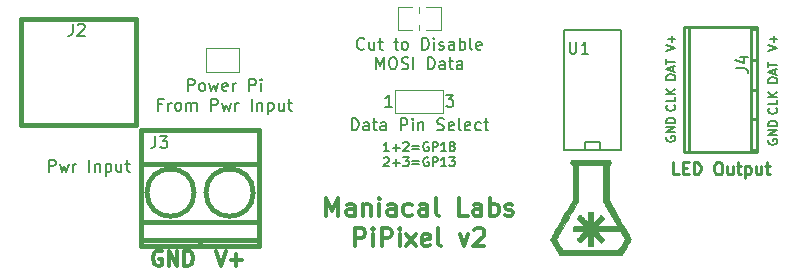
<source format=gbr>
G04 #@! TF.GenerationSoftware,KiCad,Pcbnew,(5.1.2)-2*
G04 #@! TF.CreationDate,2019-08-22T16:24:48-04:00*
G04 #@! TF.ProjectId,PiPixelv2,50695069-7865-46c7-9632-2e6b69636164,rev?*
G04 #@! TF.SameCoordinates,Original*
G04 #@! TF.FileFunction,Legend,Top*
G04 #@! TF.FilePolarity,Positive*
%FSLAX46Y46*%
G04 Gerber Fmt 4.6, Leading zero omitted, Abs format (unit mm)*
G04 Created by KiCad (PCBNEW (5.1.2)-2) date 2019-08-22 16:24:48*
%MOMM*%
%LPD*%
G04 APERTURE LIST*
%ADD10C,0.150000*%
%ADD11C,0.170000*%
%ADD12C,0.254000*%
%ADD13C,0.300000*%
%ADD14C,0.190500*%
%ADD15C,0.010000*%
%ADD16C,0.381000*%
%ADD17C,0.120000*%
G04 APERTURE END LIST*
D10*
X43930476Y-44198809D02*
X43496190Y-44198809D01*
X43713333Y-44198809D02*
X43713333Y-43438809D01*
X43640952Y-43547380D01*
X43568571Y-43619761D01*
X43496190Y-43655952D01*
X44256190Y-43909285D02*
X44835238Y-43909285D01*
X44545714Y-44198809D02*
X44545714Y-43619761D01*
X45160952Y-43511190D02*
X45197142Y-43475000D01*
X45269523Y-43438809D01*
X45450476Y-43438809D01*
X45522857Y-43475000D01*
X45559047Y-43511190D01*
X45595238Y-43583571D01*
X45595238Y-43655952D01*
X45559047Y-43764523D01*
X45124761Y-44198809D01*
X45595238Y-44198809D01*
X45920952Y-43800714D02*
X46500000Y-43800714D01*
X46500000Y-44017857D02*
X45920952Y-44017857D01*
X47260000Y-43475000D02*
X47187619Y-43438809D01*
X47079047Y-43438809D01*
X46970476Y-43475000D01*
X46898095Y-43547380D01*
X46861904Y-43619761D01*
X46825714Y-43764523D01*
X46825714Y-43873095D01*
X46861904Y-44017857D01*
X46898095Y-44090238D01*
X46970476Y-44162619D01*
X47079047Y-44198809D01*
X47151428Y-44198809D01*
X47260000Y-44162619D01*
X47296190Y-44126428D01*
X47296190Y-43873095D01*
X47151428Y-43873095D01*
X47621904Y-44198809D02*
X47621904Y-43438809D01*
X47911428Y-43438809D01*
X47983809Y-43475000D01*
X48020000Y-43511190D01*
X48056190Y-43583571D01*
X48056190Y-43692142D01*
X48020000Y-43764523D01*
X47983809Y-43800714D01*
X47911428Y-43836904D01*
X47621904Y-43836904D01*
X48780000Y-44198809D02*
X48345714Y-44198809D01*
X48562857Y-44198809D02*
X48562857Y-43438809D01*
X48490476Y-43547380D01*
X48418095Y-43619761D01*
X48345714Y-43655952D01*
X49214285Y-43764523D02*
X49141904Y-43728333D01*
X49105714Y-43692142D01*
X49069523Y-43619761D01*
X49069523Y-43583571D01*
X49105714Y-43511190D01*
X49141904Y-43475000D01*
X49214285Y-43438809D01*
X49359047Y-43438809D01*
X49431428Y-43475000D01*
X49467619Y-43511190D01*
X49503809Y-43583571D01*
X49503809Y-43619761D01*
X49467619Y-43692142D01*
X49431428Y-43728333D01*
X49359047Y-43764523D01*
X49214285Y-43764523D01*
X49141904Y-43800714D01*
X49105714Y-43836904D01*
X49069523Y-43909285D01*
X49069523Y-44054047D01*
X49105714Y-44126428D01*
X49141904Y-44162619D01*
X49214285Y-44198809D01*
X49359047Y-44198809D01*
X49431428Y-44162619D01*
X49467619Y-44126428D01*
X49503809Y-44054047D01*
X49503809Y-43909285D01*
X49467619Y-43836904D01*
X49431428Y-43800714D01*
X49359047Y-43764523D01*
X43496190Y-44801190D02*
X43532380Y-44765000D01*
X43604761Y-44728809D01*
X43785714Y-44728809D01*
X43858095Y-44765000D01*
X43894285Y-44801190D01*
X43930476Y-44873571D01*
X43930476Y-44945952D01*
X43894285Y-45054523D01*
X43460000Y-45488809D01*
X43930476Y-45488809D01*
X44256190Y-45199285D02*
X44835238Y-45199285D01*
X44545714Y-45488809D02*
X44545714Y-44909761D01*
X45124761Y-44728809D02*
X45595238Y-44728809D01*
X45341904Y-45018333D01*
X45450476Y-45018333D01*
X45522857Y-45054523D01*
X45559047Y-45090714D01*
X45595238Y-45163095D01*
X45595238Y-45344047D01*
X45559047Y-45416428D01*
X45522857Y-45452619D01*
X45450476Y-45488809D01*
X45233333Y-45488809D01*
X45160952Y-45452619D01*
X45124761Y-45416428D01*
X45920952Y-45090714D02*
X46500000Y-45090714D01*
X46500000Y-45307857D02*
X45920952Y-45307857D01*
X47260000Y-44765000D02*
X47187619Y-44728809D01*
X47079047Y-44728809D01*
X46970476Y-44765000D01*
X46898095Y-44837380D01*
X46861904Y-44909761D01*
X46825714Y-45054523D01*
X46825714Y-45163095D01*
X46861904Y-45307857D01*
X46898095Y-45380238D01*
X46970476Y-45452619D01*
X47079047Y-45488809D01*
X47151428Y-45488809D01*
X47260000Y-45452619D01*
X47296190Y-45416428D01*
X47296190Y-45163095D01*
X47151428Y-45163095D01*
X47621904Y-45488809D02*
X47621904Y-44728809D01*
X47911428Y-44728809D01*
X47983809Y-44765000D01*
X48020000Y-44801190D01*
X48056190Y-44873571D01*
X48056190Y-44982142D01*
X48020000Y-45054523D01*
X47983809Y-45090714D01*
X47911428Y-45126904D01*
X47621904Y-45126904D01*
X48780000Y-45488809D02*
X48345714Y-45488809D01*
X48562857Y-45488809D02*
X48562857Y-44728809D01*
X48490476Y-44837380D01*
X48418095Y-44909761D01*
X48345714Y-44945952D01*
X49033333Y-44728809D02*
X49503809Y-44728809D01*
X49250476Y-45018333D01*
X49359047Y-45018333D01*
X49431428Y-45054523D01*
X49467619Y-45090714D01*
X49503809Y-45163095D01*
X49503809Y-45344047D01*
X49467619Y-45416428D01*
X49431428Y-45452619D01*
X49359047Y-45488809D01*
X49141904Y-45488809D01*
X49069523Y-45452619D01*
X49033333Y-45416428D01*
X41833333Y-35532142D02*
X41785714Y-35579761D01*
X41642857Y-35627380D01*
X41547619Y-35627380D01*
X41404761Y-35579761D01*
X41309523Y-35484523D01*
X41261904Y-35389285D01*
X41214285Y-35198809D01*
X41214285Y-35055952D01*
X41261904Y-34865476D01*
X41309523Y-34770238D01*
X41404761Y-34675000D01*
X41547619Y-34627380D01*
X41642857Y-34627380D01*
X41785714Y-34675000D01*
X41833333Y-34722619D01*
X42690476Y-34960714D02*
X42690476Y-35627380D01*
X42261904Y-34960714D02*
X42261904Y-35484523D01*
X42309523Y-35579761D01*
X42404761Y-35627380D01*
X42547619Y-35627380D01*
X42642857Y-35579761D01*
X42690476Y-35532142D01*
X43023809Y-34960714D02*
X43404761Y-34960714D01*
X43166666Y-34627380D02*
X43166666Y-35484523D01*
X43214285Y-35579761D01*
X43309523Y-35627380D01*
X43404761Y-35627380D01*
X44357142Y-34960714D02*
X44738095Y-34960714D01*
X44500000Y-34627380D02*
X44500000Y-35484523D01*
X44547619Y-35579761D01*
X44642857Y-35627380D01*
X44738095Y-35627380D01*
X45214285Y-35627380D02*
X45119047Y-35579761D01*
X45071428Y-35532142D01*
X45023809Y-35436904D01*
X45023809Y-35151190D01*
X45071428Y-35055952D01*
X45119047Y-35008333D01*
X45214285Y-34960714D01*
X45357142Y-34960714D01*
X45452380Y-35008333D01*
X45500000Y-35055952D01*
X45547619Y-35151190D01*
X45547619Y-35436904D01*
X45500000Y-35532142D01*
X45452380Y-35579761D01*
X45357142Y-35627380D01*
X45214285Y-35627380D01*
X46738095Y-35627380D02*
X46738095Y-34627380D01*
X46976190Y-34627380D01*
X47119047Y-34675000D01*
X47214285Y-34770238D01*
X47261904Y-34865476D01*
X47309523Y-35055952D01*
X47309523Y-35198809D01*
X47261904Y-35389285D01*
X47214285Y-35484523D01*
X47119047Y-35579761D01*
X46976190Y-35627380D01*
X46738095Y-35627380D01*
X47738095Y-35627380D02*
X47738095Y-34960714D01*
X47738095Y-34627380D02*
X47690476Y-34675000D01*
X47738095Y-34722619D01*
X47785714Y-34675000D01*
X47738095Y-34627380D01*
X47738095Y-34722619D01*
X48166666Y-35579761D02*
X48261904Y-35627380D01*
X48452380Y-35627380D01*
X48547619Y-35579761D01*
X48595238Y-35484523D01*
X48595238Y-35436904D01*
X48547619Y-35341666D01*
X48452380Y-35294047D01*
X48309523Y-35294047D01*
X48214285Y-35246428D01*
X48166666Y-35151190D01*
X48166666Y-35103571D01*
X48214285Y-35008333D01*
X48309523Y-34960714D01*
X48452380Y-34960714D01*
X48547619Y-35008333D01*
X49452380Y-35627380D02*
X49452380Y-35103571D01*
X49404761Y-35008333D01*
X49309523Y-34960714D01*
X49119047Y-34960714D01*
X49023809Y-35008333D01*
X49452380Y-35579761D02*
X49357142Y-35627380D01*
X49119047Y-35627380D01*
X49023809Y-35579761D01*
X48976190Y-35484523D01*
X48976190Y-35389285D01*
X49023809Y-35294047D01*
X49119047Y-35246428D01*
X49357142Y-35246428D01*
X49452380Y-35198809D01*
X49928571Y-35627380D02*
X49928571Y-34627380D01*
X49928571Y-35008333D02*
X50023809Y-34960714D01*
X50214285Y-34960714D01*
X50309523Y-35008333D01*
X50357142Y-35055952D01*
X50404761Y-35151190D01*
X50404761Y-35436904D01*
X50357142Y-35532142D01*
X50309523Y-35579761D01*
X50214285Y-35627380D01*
X50023809Y-35627380D01*
X49928571Y-35579761D01*
X50976190Y-35627380D02*
X50880952Y-35579761D01*
X50833333Y-35484523D01*
X50833333Y-34627380D01*
X51738095Y-35579761D02*
X51642857Y-35627380D01*
X51452380Y-35627380D01*
X51357142Y-35579761D01*
X51309523Y-35484523D01*
X51309523Y-35103571D01*
X51357142Y-35008333D01*
X51452380Y-34960714D01*
X51642857Y-34960714D01*
X51738095Y-35008333D01*
X51785714Y-35103571D01*
X51785714Y-35198809D01*
X51309523Y-35294047D01*
X42857142Y-37277380D02*
X42857142Y-36277380D01*
X43190476Y-36991666D01*
X43523809Y-36277380D01*
X43523809Y-37277380D01*
X44190476Y-36277380D02*
X44380952Y-36277380D01*
X44476190Y-36325000D01*
X44571428Y-36420238D01*
X44619047Y-36610714D01*
X44619047Y-36944047D01*
X44571428Y-37134523D01*
X44476190Y-37229761D01*
X44380952Y-37277380D01*
X44190476Y-37277380D01*
X44095238Y-37229761D01*
X44000000Y-37134523D01*
X43952380Y-36944047D01*
X43952380Y-36610714D01*
X44000000Y-36420238D01*
X44095238Y-36325000D01*
X44190476Y-36277380D01*
X45000000Y-37229761D02*
X45142857Y-37277380D01*
X45380952Y-37277380D01*
X45476190Y-37229761D01*
X45523809Y-37182142D01*
X45571428Y-37086904D01*
X45571428Y-36991666D01*
X45523809Y-36896428D01*
X45476190Y-36848809D01*
X45380952Y-36801190D01*
X45190476Y-36753571D01*
X45095238Y-36705952D01*
X45047619Y-36658333D01*
X45000000Y-36563095D01*
X45000000Y-36467857D01*
X45047619Y-36372619D01*
X45095238Y-36325000D01*
X45190476Y-36277380D01*
X45428571Y-36277380D01*
X45571428Y-36325000D01*
X46000000Y-37277380D02*
X46000000Y-36277380D01*
X47238095Y-37277380D02*
X47238095Y-36277380D01*
X47476190Y-36277380D01*
X47619047Y-36325000D01*
X47714285Y-36420238D01*
X47761904Y-36515476D01*
X47809523Y-36705952D01*
X47809523Y-36848809D01*
X47761904Y-37039285D01*
X47714285Y-37134523D01*
X47619047Y-37229761D01*
X47476190Y-37277380D01*
X47238095Y-37277380D01*
X48666666Y-37277380D02*
X48666666Y-36753571D01*
X48619047Y-36658333D01*
X48523809Y-36610714D01*
X48333333Y-36610714D01*
X48238095Y-36658333D01*
X48666666Y-37229761D02*
X48571428Y-37277380D01*
X48333333Y-37277380D01*
X48238095Y-37229761D01*
X48190476Y-37134523D01*
X48190476Y-37039285D01*
X48238095Y-36944047D01*
X48333333Y-36896428D01*
X48571428Y-36896428D01*
X48666666Y-36848809D01*
X49000000Y-36610714D02*
X49380952Y-36610714D01*
X49142857Y-36277380D02*
X49142857Y-37134523D01*
X49190476Y-37229761D01*
X49285714Y-37277380D01*
X49380952Y-37277380D01*
X50142857Y-37277380D02*
X50142857Y-36753571D01*
X50095238Y-36658333D01*
X50000000Y-36610714D01*
X49809523Y-36610714D01*
X49714285Y-36658333D01*
X50142857Y-37229761D02*
X50047619Y-37277380D01*
X49809523Y-37277380D01*
X49714285Y-37229761D01*
X49666666Y-37134523D01*
X49666666Y-37039285D01*
X49714285Y-36944047D01*
X49809523Y-36896428D01*
X50047619Y-36896428D01*
X50142857Y-36848809D01*
D11*
X40785714Y-42452380D02*
X40785714Y-41452380D01*
X41023809Y-41452380D01*
X41166666Y-41500000D01*
X41261904Y-41595238D01*
X41309523Y-41690476D01*
X41357142Y-41880952D01*
X41357142Y-42023809D01*
X41309523Y-42214285D01*
X41261904Y-42309523D01*
X41166666Y-42404761D01*
X41023809Y-42452380D01*
X40785714Y-42452380D01*
X42214285Y-42452380D02*
X42214285Y-41928571D01*
X42166666Y-41833333D01*
X42071428Y-41785714D01*
X41880952Y-41785714D01*
X41785714Y-41833333D01*
X42214285Y-42404761D02*
X42119047Y-42452380D01*
X41880952Y-42452380D01*
X41785714Y-42404761D01*
X41738095Y-42309523D01*
X41738095Y-42214285D01*
X41785714Y-42119047D01*
X41880952Y-42071428D01*
X42119047Y-42071428D01*
X42214285Y-42023809D01*
X42547619Y-41785714D02*
X42928571Y-41785714D01*
X42690476Y-41452380D02*
X42690476Y-42309523D01*
X42738095Y-42404761D01*
X42833333Y-42452380D01*
X42928571Y-42452380D01*
X43690476Y-42452380D02*
X43690476Y-41928571D01*
X43642857Y-41833333D01*
X43547619Y-41785714D01*
X43357142Y-41785714D01*
X43261904Y-41833333D01*
X43690476Y-42404761D02*
X43595238Y-42452380D01*
X43357142Y-42452380D01*
X43261904Y-42404761D01*
X43214285Y-42309523D01*
X43214285Y-42214285D01*
X43261904Y-42119047D01*
X43357142Y-42071428D01*
X43595238Y-42071428D01*
X43690476Y-42023809D01*
X44928571Y-42452380D02*
X44928571Y-41452380D01*
X45309523Y-41452380D01*
X45404761Y-41500000D01*
X45452380Y-41547619D01*
X45500000Y-41642857D01*
X45500000Y-41785714D01*
X45452380Y-41880952D01*
X45404761Y-41928571D01*
X45309523Y-41976190D01*
X44928571Y-41976190D01*
X45928571Y-42452380D02*
X45928571Y-41785714D01*
X45928571Y-41452380D02*
X45880952Y-41500000D01*
X45928571Y-41547619D01*
X45976190Y-41500000D01*
X45928571Y-41452380D01*
X45928571Y-41547619D01*
X46404761Y-41785714D02*
X46404761Y-42452380D01*
X46404761Y-41880952D02*
X46452380Y-41833333D01*
X46547619Y-41785714D01*
X46690476Y-41785714D01*
X46785714Y-41833333D01*
X46833333Y-41928571D01*
X46833333Y-42452380D01*
X48023809Y-42404761D02*
X48166666Y-42452380D01*
X48404761Y-42452380D01*
X48500000Y-42404761D01*
X48547619Y-42357142D01*
X48595238Y-42261904D01*
X48595238Y-42166666D01*
X48547619Y-42071428D01*
X48500000Y-42023809D01*
X48404761Y-41976190D01*
X48214285Y-41928571D01*
X48119047Y-41880952D01*
X48071428Y-41833333D01*
X48023809Y-41738095D01*
X48023809Y-41642857D01*
X48071428Y-41547619D01*
X48119047Y-41500000D01*
X48214285Y-41452380D01*
X48452380Y-41452380D01*
X48595238Y-41500000D01*
X49404761Y-42404761D02*
X49309523Y-42452380D01*
X49119047Y-42452380D01*
X49023809Y-42404761D01*
X48976190Y-42309523D01*
X48976190Y-41928571D01*
X49023809Y-41833333D01*
X49119047Y-41785714D01*
X49309523Y-41785714D01*
X49404761Y-41833333D01*
X49452380Y-41928571D01*
X49452380Y-42023809D01*
X48976190Y-42119047D01*
X50023809Y-42452380D02*
X49928571Y-42404761D01*
X49880952Y-42309523D01*
X49880952Y-41452380D01*
X50785714Y-42404761D02*
X50690476Y-42452380D01*
X50500000Y-42452380D01*
X50404761Y-42404761D01*
X50357142Y-42309523D01*
X50357142Y-41928571D01*
X50404761Y-41833333D01*
X50500000Y-41785714D01*
X50690476Y-41785714D01*
X50785714Y-41833333D01*
X50833333Y-41928571D01*
X50833333Y-42023809D01*
X50357142Y-42119047D01*
X51690476Y-42404761D02*
X51595238Y-42452380D01*
X51404761Y-42452380D01*
X51309523Y-42404761D01*
X51261904Y-42357142D01*
X51214285Y-42261904D01*
X51214285Y-41976190D01*
X51261904Y-41880952D01*
X51309523Y-41833333D01*
X51404761Y-41785714D01*
X51595238Y-41785714D01*
X51690476Y-41833333D01*
X51976190Y-41785714D02*
X52357142Y-41785714D01*
X52119047Y-41452380D02*
X52119047Y-42309523D01*
X52166666Y-42404761D01*
X52261904Y-42452380D01*
X52357142Y-42452380D01*
X15142857Y-45952380D02*
X15142857Y-44952380D01*
X15523809Y-44952380D01*
X15619047Y-45000000D01*
X15666666Y-45047619D01*
X15714285Y-45142857D01*
X15714285Y-45285714D01*
X15666666Y-45380952D01*
X15619047Y-45428571D01*
X15523809Y-45476190D01*
X15142857Y-45476190D01*
X16047619Y-45285714D02*
X16238095Y-45952380D01*
X16428571Y-45476190D01*
X16619047Y-45952380D01*
X16809523Y-45285714D01*
X17190476Y-45952380D02*
X17190476Y-45285714D01*
X17190476Y-45476190D02*
X17238095Y-45380952D01*
X17285714Y-45333333D01*
X17380952Y-45285714D01*
X17476190Y-45285714D01*
X18571428Y-45952380D02*
X18571428Y-44952380D01*
X19047619Y-45285714D02*
X19047619Y-45952380D01*
X19047619Y-45380952D02*
X19095238Y-45333333D01*
X19190476Y-45285714D01*
X19333333Y-45285714D01*
X19428571Y-45333333D01*
X19476190Y-45428571D01*
X19476190Y-45952380D01*
X19952380Y-45285714D02*
X19952380Y-46285714D01*
X19952380Y-45333333D02*
X20047619Y-45285714D01*
X20238095Y-45285714D01*
X20333333Y-45333333D01*
X20380952Y-45380952D01*
X20428571Y-45476190D01*
X20428571Y-45761904D01*
X20380952Y-45857142D01*
X20333333Y-45904761D01*
X20238095Y-45952380D01*
X20047619Y-45952380D01*
X19952380Y-45904761D01*
X21285714Y-45285714D02*
X21285714Y-45952380D01*
X20857142Y-45285714D02*
X20857142Y-45809523D01*
X20904761Y-45904761D01*
X21000000Y-45952380D01*
X21142857Y-45952380D01*
X21238095Y-45904761D01*
X21285714Y-45857142D01*
X21619047Y-45285714D02*
X22000000Y-45285714D01*
X21761904Y-44952380D02*
X21761904Y-45809523D01*
X21809523Y-45904761D01*
X21904761Y-45952380D01*
X22000000Y-45952380D01*
D10*
X26904761Y-39127380D02*
X26904761Y-38127380D01*
X27285714Y-38127380D01*
X27380952Y-38175000D01*
X27428571Y-38222619D01*
X27476190Y-38317857D01*
X27476190Y-38460714D01*
X27428571Y-38555952D01*
X27380952Y-38603571D01*
X27285714Y-38651190D01*
X26904761Y-38651190D01*
X28047619Y-39127380D02*
X27952380Y-39079761D01*
X27904761Y-39032142D01*
X27857142Y-38936904D01*
X27857142Y-38651190D01*
X27904761Y-38555952D01*
X27952380Y-38508333D01*
X28047619Y-38460714D01*
X28190476Y-38460714D01*
X28285714Y-38508333D01*
X28333333Y-38555952D01*
X28380952Y-38651190D01*
X28380952Y-38936904D01*
X28333333Y-39032142D01*
X28285714Y-39079761D01*
X28190476Y-39127380D01*
X28047619Y-39127380D01*
X28714285Y-38460714D02*
X28904761Y-39127380D01*
X29095238Y-38651190D01*
X29285714Y-39127380D01*
X29476190Y-38460714D01*
X30238095Y-39079761D02*
X30142857Y-39127380D01*
X29952380Y-39127380D01*
X29857142Y-39079761D01*
X29809523Y-38984523D01*
X29809523Y-38603571D01*
X29857142Y-38508333D01*
X29952380Y-38460714D01*
X30142857Y-38460714D01*
X30238095Y-38508333D01*
X30285714Y-38603571D01*
X30285714Y-38698809D01*
X29809523Y-38794047D01*
X30714285Y-39127380D02*
X30714285Y-38460714D01*
X30714285Y-38651190D02*
X30761904Y-38555952D01*
X30809523Y-38508333D01*
X30904761Y-38460714D01*
X31000000Y-38460714D01*
X32095238Y-39127380D02*
X32095238Y-38127380D01*
X32476190Y-38127380D01*
X32571428Y-38175000D01*
X32619047Y-38222619D01*
X32666666Y-38317857D01*
X32666666Y-38460714D01*
X32619047Y-38555952D01*
X32571428Y-38603571D01*
X32476190Y-38651190D01*
X32095238Y-38651190D01*
X33095238Y-39127380D02*
X33095238Y-38460714D01*
X33095238Y-38127380D02*
X33047619Y-38175000D01*
X33095238Y-38222619D01*
X33142857Y-38175000D01*
X33095238Y-38127380D01*
X33095238Y-38222619D01*
X24738095Y-40253571D02*
X24404761Y-40253571D01*
X24404761Y-40777380D02*
X24404761Y-39777380D01*
X24880952Y-39777380D01*
X25261904Y-40777380D02*
X25261904Y-40110714D01*
X25261904Y-40301190D02*
X25309523Y-40205952D01*
X25357142Y-40158333D01*
X25452380Y-40110714D01*
X25547619Y-40110714D01*
X26023809Y-40777380D02*
X25928571Y-40729761D01*
X25880952Y-40682142D01*
X25833333Y-40586904D01*
X25833333Y-40301190D01*
X25880952Y-40205952D01*
X25928571Y-40158333D01*
X26023809Y-40110714D01*
X26166666Y-40110714D01*
X26261904Y-40158333D01*
X26309523Y-40205952D01*
X26357142Y-40301190D01*
X26357142Y-40586904D01*
X26309523Y-40682142D01*
X26261904Y-40729761D01*
X26166666Y-40777380D01*
X26023809Y-40777380D01*
X26785714Y-40777380D02*
X26785714Y-40110714D01*
X26785714Y-40205952D02*
X26833333Y-40158333D01*
X26928571Y-40110714D01*
X27071428Y-40110714D01*
X27166666Y-40158333D01*
X27214285Y-40253571D01*
X27214285Y-40777380D01*
X27214285Y-40253571D02*
X27261904Y-40158333D01*
X27357142Y-40110714D01*
X27500000Y-40110714D01*
X27595238Y-40158333D01*
X27642857Y-40253571D01*
X27642857Y-40777380D01*
X28880952Y-40777380D02*
X28880952Y-39777380D01*
X29261904Y-39777380D01*
X29357142Y-39825000D01*
X29404761Y-39872619D01*
X29452380Y-39967857D01*
X29452380Y-40110714D01*
X29404761Y-40205952D01*
X29357142Y-40253571D01*
X29261904Y-40301190D01*
X28880952Y-40301190D01*
X29785714Y-40110714D02*
X29976190Y-40777380D01*
X30166666Y-40301190D01*
X30357142Y-40777380D01*
X30547619Y-40110714D01*
X30928571Y-40777380D02*
X30928571Y-40110714D01*
X30928571Y-40301190D02*
X30976190Y-40205952D01*
X31023809Y-40158333D01*
X31119047Y-40110714D01*
X31214285Y-40110714D01*
X32309523Y-40777380D02*
X32309523Y-39777380D01*
X32785714Y-40110714D02*
X32785714Y-40777380D01*
X32785714Y-40205952D02*
X32833333Y-40158333D01*
X32928571Y-40110714D01*
X33071428Y-40110714D01*
X33166666Y-40158333D01*
X33214285Y-40253571D01*
X33214285Y-40777380D01*
X33690476Y-40110714D02*
X33690476Y-41110714D01*
X33690476Y-40158333D02*
X33785714Y-40110714D01*
X33976190Y-40110714D01*
X34071428Y-40158333D01*
X34119047Y-40205952D01*
X34166666Y-40301190D01*
X34166666Y-40586904D01*
X34119047Y-40682142D01*
X34071428Y-40729761D01*
X33976190Y-40777380D01*
X33785714Y-40777380D01*
X33690476Y-40729761D01*
X35023809Y-40110714D02*
X35023809Y-40777380D01*
X34595238Y-40110714D02*
X34595238Y-40634523D01*
X34642857Y-40729761D01*
X34738095Y-40777380D01*
X34880952Y-40777380D01*
X34976190Y-40729761D01*
X35023809Y-40682142D01*
X35357142Y-40110714D02*
X35738095Y-40110714D01*
X35500000Y-39777380D02*
X35500000Y-40634523D01*
X35547619Y-40729761D01*
X35642857Y-40777380D01*
X35738095Y-40777380D01*
D12*
X68477190Y-46179619D02*
X67993380Y-46179619D01*
X67993380Y-45163619D01*
X68815857Y-45647428D02*
X69154523Y-45647428D01*
X69299666Y-46179619D02*
X68815857Y-46179619D01*
X68815857Y-45163619D01*
X69299666Y-45163619D01*
X69735095Y-46179619D02*
X69735095Y-45163619D01*
X69977000Y-45163619D01*
X70122142Y-45212000D01*
X70218904Y-45308761D01*
X70267285Y-45405523D01*
X70315666Y-45599047D01*
X70315666Y-45744190D01*
X70267285Y-45937714D01*
X70218904Y-46034476D01*
X70122142Y-46131238D01*
X69977000Y-46179619D01*
X69735095Y-46179619D01*
X71718714Y-45163619D02*
X71912238Y-45163619D01*
X72009000Y-45212000D01*
X72105761Y-45308761D01*
X72154142Y-45502285D01*
X72154142Y-45840952D01*
X72105761Y-46034476D01*
X72009000Y-46131238D01*
X71912238Y-46179619D01*
X71718714Y-46179619D01*
X71621952Y-46131238D01*
X71525190Y-46034476D01*
X71476809Y-45840952D01*
X71476809Y-45502285D01*
X71525190Y-45308761D01*
X71621952Y-45212000D01*
X71718714Y-45163619D01*
X73025000Y-45502285D02*
X73025000Y-46179619D01*
X72589571Y-45502285D02*
X72589571Y-46034476D01*
X72637952Y-46131238D01*
X72734714Y-46179619D01*
X72879857Y-46179619D01*
X72976619Y-46131238D01*
X73025000Y-46082857D01*
X73363666Y-45502285D02*
X73750714Y-45502285D01*
X73508809Y-45163619D02*
X73508809Y-46034476D01*
X73557190Y-46131238D01*
X73653952Y-46179619D01*
X73750714Y-46179619D01*
X74089380Y-45502285D02*
X74089380Y-46518285D01*
X74089380Y-45550666D02*
X74186142Y-45502285D01*
X74379666Y-45502285D01*
X74476428Y-45550666D01*
X74524809Y-45599047D01*
X74573190Y-45695809D01*
X74573190Y-45986095D01*
X74524809Y-46082857D01*
X74476428Y-46131238D01*
X74379666Y-46179619D01*
X74186142Y-46179619D01*
X74089380Y-46131238D01*
X75444047Y-45502285D02*
X75444047Y-46179619D01*
X75008619Y-45502285D02*
X75008619Y-46034476D01*
X75057000Y-46131238D01*
X75153761Y-46179619D01*
X75298904Y-46179619D01*
X75395666Y-46131238D01*
X75444047Y-46082857D01*
X75782714Y-45502285D02*
X76169761Y-45502285D01*
X75927857Y-45163619D02*
X75927857Y-46034476D01*
X75976238Y-46131238D01*
X76073000Y-46179619D01*
X76169761Y-46179619D01*
D13*
X38626000Y-49688428D02*
X38626000Y-48164428D01*
X39134000Y-49253000D01*
X39642000Y-48164428D01*
X39642000Y-49688428D01*
X41020857Y-49688428D02*
X41020857Y-48890142D01*
X40948285Y-48745000D01*
X40803142Y-48672428D01*
X40512857Y-48672428D01*
X40367714Y-48745000D01*
X41020857Y-49615857D02*
X40875714Y-49688428D01*
X40512857Y-49688428D01*
X40367714Y-49615857D01*
X40295142Y-49470714D01*
X40295142Y-49325571D01*
X40367714Y-49180428D01*
X40512857Y-49107857D01*
X40875714Y-49107857D01*
X41020857Y-49035285D01*
X41746571Y-48672428D02*
X41746571Y-49688428D01*
X41746571Y-48817571D02*
X41819142Y-48745000D01*
X41964285Y-48672428D01*
X42182000Y-48672428D01*
X42327142Y-48745000D01*
X42399714Y-48890142D01*
X42399714Y-49688428D01*
X43125428Y-49688428D02*
X43125428Y-48672428D01*
X43125428Y-48164428D02*
X43052857Y-48237000D01*
X43125428Y-48309571D01*
X43198000Y-48237000D01*
X43125428Y-48164428D01*
X43125428Y-48309571D01*
X44504285Y-49688428D02*
X44504285Y-48890142D01*
X44431714Y-48745000D01*
X44286571Y-48672428D01*
X43996285Y-48672428D01*
X43851142Y-48745000D01*
X44504285Y-49615857D02*
X44359142Y-49688428D01*
X43996285Y-49688428D01*
X43851142Y-49615857D01*
X43778571Y-49470714D01*
X43778571Y-49325571D01*
X43851142Y-49180428D01*
X43996285Y-49107857D01*
X44359142Y-49107857D01*
X44504285Y-49035285D01*
X45883142Y-49615857D02*
X45738000Y-49688428D01*
X45447714Y-49688428D01*
X45302571Y-49615857D01*
X45230000Y-49543285D01*
X45157428Y-49398142D01*
X45157428Y-48962714D01*
X45230000Y-48817571D01*
X45302571Y-48745000D01*
X45447714Y-48672428D01*
X45738000Y-48672428D01*
X45883142Y-48745000D01*
X47189428Y-49688428D02*
X47189428Y-48890142D01*
X47116857Y-48745000D01*
X46971714Y-48672428D01*
X46681428Y-48672428D01*
X46536285Y-48745000D01*
X47189428Y-49615857D02*
X47044285Y-49688428D01*
X46681428Y-49688428D01*
X46536285Y-49615857D01*
X46463714Y-49470714D01*
X46463714Y-49325571D01*
X46536285Y-49180428D01*
X46681428Y-49107857D01*
X47044285Y-49107857D01*
X47189428Y-49035285D01*
X48132857Y-49688428D02*
X47987714Y-49615857D01*
X47915142Y-49470714D01*
X47915142Y-48164428D01*
X50600285Y-49688428D02*
X49874571Y-49688428D01*
X49874571Y-48164428D01*
X51761428Y-49688428D02*
X51761428Y-48890142D01*
X51688857Y-48745000D01*
X51543714Y-48672428D01*
X51253428Y-48672428D01*
X51108285Y-48745000D01*
X51761428Y-49615857D02*
X51616285Y-49688428D01*
X51253428Y-49688428D01*
X51108285Y-49615857D01*
X51035714Y-49470714D01*
X51035714Y-49325571D01*
X51108285Y-49180428D01*
X51253428Y-49107857D01*
X51616285Y-49107857D01*
X51761428Y-49035285D01*
X52487142Y-49688428D02*
X52487142Y-48164428D01*
X52487142Y-48745000D02*
X52632285Y-48672428D01*
X52922571Y-48672428D01*
X53067714Y-48745000D01*
X53140285Y-48817571D01*
X53212857Y-48962714D01*
X53212857Y-49398142D01*
X53140285Y-49543285D01*
X53067714Y-49615857D01*
X52922571Y-49688428D01*
X52632285Y-49688428D01*
X52487142Y-49615857D01*
X53793428Y-49615857D02*
X53938571Y-49688428D01*
X54228857Y-49688428D01*
X54374000Y-49615857D01*
X54446571Y-49470714D01*
X54446571Y-49398142D01*
X54374000Y-49253000D01*
X54228857Y-49180428D01*
X54011142Y-49180428D01*
X53866000Y-49107857D01*
X53793428Y-48962714D01*
X53793428Y-48890142D01*
X53866000Y-48745000D01*
X54011142Y-48672428D01*
X54228857Y-48672428D01*
X54374000Y-48745000D01*
X41057142Y-52274428D02*
X41057142Y-50750428D01*
X41637714Y-50750428D01*
X41782857Y-50823000D01*
X41855428Y-50895571D01*
X41928000Y-51040714D01*
X41928000Y-51258428D01*
X41855428Y-51403571D01*
X41782857Y-51476142D01*
X41637714Y-51548714D01*
X41057142Y-51548714D01*
X42581142Y-52274428D02*
X42581142Y-51258428D01*
X42581142Y-50750428D02*
X42508571Y-50823000D01*
X42581142Y-50895571D01*
X42653714Y-50823000D01*
X42581142Y-50750428D01*
X42581142Y-50895571D01*
X43306857Y-52274428D02*
X43306857Y-50750428D01*
X43887428Y-50750428D01*
X44032571Y-50823000D01*
X44105142Y-50895571D01*
X44177714Y-51040714D01*
X44177714Y-51258428D01*
X44105142Y-51403571D01*
X44032571Y-51476142D01*
X43887428Y-51548714D01*
X43306857Y-51548714D01*
X44830857Y-52274428D02*
X44830857Y-51258428D01*
X44830857Y-50750428D02*
X44758285Y-50823000D01*
X44830857Y-50895571D01*
X44903428Y-50823000D01*
X44830857Y-50750428D01*
X44830857Y-50895571D01*
X45411428Y-52274428D02*
X46209714Y-51258428D01*
X45411428Y-51258428D02*
X46209714Y-52274428D01*
X47370857Y-52201857D02*
X47225714Y-52274428D01*
X46935428Y-52274428D01*
X46790285Y-52201857D01*
X46717714Y-52056714D01*
X46717714Y-51476142D01*
X46790285Y-51331000D01*
X46935428Y-51258428D01*
X47225714Y-51258428D01*
X47370857Y-51331000D01*
X47443428Y-51476142D01*
X47443428Y-51621285D01*
X46717714Y-51766428D01*
X48314285Y-52274428D02*
X48169142Y-52201857D01*
X48096571Y-52056714D01*
X48096571Y-50750428D01*
X49910857Y-51258428D02*
X50273714Y-52274428D01*
X50636571Y-51258428D01*
X51144571Y-50895571D02*
X51217142Y-50823000D01*
X51362285Y-50750428D01*
X51725142Y-50750428D01*
X51870285Y-50823000D01*
X51942857Y-50895571D01*
X52015428Y-51040714D01*
X52015428Y-51185857D01*
X51942857Y-51403571D01*
X51072000Y-52274428D01*
X52015428Y-52274428D01*
D14*
X76726142Y-40585571D02*
X76762428Y-40621857D01*
X76798714Y-40730714D01*
X76798714Y-40803285D01*
X76762428Y-40912142D01*
X76689857Y-40984714D01*
X76617285Y-41021000D01*
X76472142Y-41057285D01*
X76363285Y-41057285D01*
X76218142Y-41021000D01*
X76145571Y-40984714D01*
X76073000Y-40912142D01*
X76036714Y-40803285D01*
X76036714Y-40730714D01*
X76073000Y-40621857D01*
X76109285Y-40585571D01*
X76798714Y-39896142D02*
X76798714Y-40259000D01*
X76036714Y-40259000D01*
X76798714Y-39642142D02*
X76036714Y-39642142D01*
X76798714Y-39206714D02*
X76363285Y-39533285D01*
X76036714Y-39206714D02*
X76472142Y-39642142D01*
X76036714Y-35777714D02*
X76798714Y-35523714D01*
X76036714Y-35269714D01*
X76508428Y-35015714D02*
X76508428Y-34435142D01*
X76798714Y-34725428D02*
X76218142Y-34725428D01*
X76798714Y-38408428D02*
X76036714Y-38408428D01*
X76036714Y-38227000D01*
X76073000Y-38118142D01*
X76145571Y-38045571D01*
X76218142Y-38009285D01*
X76363285Y-37973000D01*
X76472142Y-37973000D01*
X76617285Y-38009285D01*
X76689857Y-38045571D01*
X76762428Y-38118142D01*
X76798714Y-38227000D01*
X76798714Y-38408428D01*
X76581000Y-37682714D02*
X76581000Y-37319857D01*
X76798714Y-37755285D02*
X76036714Y-37501285D01*
X76798714Y-37247285D01*
X76036714Y-37102142D02*
X76036714Y-36666714D01*
X76798714Y-36884428D02*
X76036714Y-36884428D01*
X67400714Y-35777714D02*
X68162714Y-35523714D01*
X67400714Y-35269714D01*
X67872428Y-35015714D02*
X67872428Y-34435142D01*
X68162714Y-34725428D02*
X67582142Y-34725428D01*
X76073000Y-43252571D02*
X76036714Y-43325142D01*
X76036714Y-43434000D01*
X76073000Y-43542857D01*
X76145571Y-43615428D01*
X76218142Y-43651714D01*
X76363285Y-43688000D01*
X76472142Y-43688000D01*
X76617285Y-43651714D01*
X76689857Y-43615428D01*
X76762428Y-43542857D01*
X76798714Y-43434000D01*
X76798714Y-43361428D01*
X76762428Y-43252571D01*
X76726142Y-43216285D01*
X76472142Y-43216285D01*
X76472142Y-43361428D01*
X76798714Y-42889714D02*
X76036714Y-42889714D01*
X76798714Y-42454285D01*
X76036714Y-42454285D01*
X76798714Y-42091428D02*
X76036714Y-42091428D01*
X76036714Y-41910000D01*
X76073000Y-41801142D01*
X76145571Y-41728571D01*
X76218142Y-41692285D01*
X76363285Y-41656000D01*
X76472142Y-41656000D01*
X76617285Y-41692285D01*
X76689857Y-41728571D01*
X76762428Y-41801142D01*
X76798714Y-41910000D01*
X76798714Y-42091428D01*
X67437000Y-42998571D02*
X67400714Y-43071142D01*
X67400714Y-43180000D01*
X67437000Y-43288857D01*
X67509571Y-43361428D01*
X67582142Y-43397714D01*
X67727285Y-43434000D01*
X67836142Y-43434000D01*
X67981285Y-43397714D01*
X68053857Y-43361428D01*
X68126428Y-43288857D01*
X68162714Y-43180000D01*
X68162714Y-43107428D01*
X68126428Y-42998571D01*
X68090142Y-42962285D01*
X67836142Y-42962285D01*
X67836142Y-43107428D01*
X68162714Y-42635714D02*
X67400714Y-42635714D01*
X68162714Y-42200285D01*
X67400714Y-42200285D01*
X68162714Y-41837428D02*
X67400714Y-41837428D01*
X67400714Y-41656000D01*
X67437000Y-41547142D01*
X67509571Y-41474571D01*
X67582142Y-41438285D01*
X67727285Y-41402000D01*
X67836142Y-41402000D01*
X67981285Y-41438285D01*
X68053857Y-41474571D01*
X68126428Y-41547142D01*
X68162714Y-41656000D01*
X68162714Y-41837428D01*
X68090142Y-40331571D02*
X68126428Y-40367857D01*
X68162714Y-40476714D01*
X68162714Y-40549285D01*
X68126428Y-40658142D01*
X68053857Y-40730714D01*
X67981285Y-40767000D01*
X67836142Y-40803285D01*
X67727285Y-40803285D01*
X67582142Y-40767000D01*
X67509571Y-40730714D01*
X67437000Y-40658142D01*
X67400714Y-40549285D01*
X67400714Y-40476714D01*
X67437000Y-40367857D01*
X67473285Y-40331571D01*
X68162714Y-39642142D02*
X68162714Y-40005000D01*
X67400714Y-40005000D01*
X68162714Y-39388142D02*
X67400714Y-39388142D01*
X68162714Y-38952714D02*
X67727285Y-39279285D01*
X67400714Y-38952714D02*
X67836142Y-39388142D01*
X68162714Y-38154428D02*
X67400714Y-38154428D01*
X67400714Y-37973000D01*
X67437000Y-37864142D01*
X67509571Y-37791571D01*
X67582142Y-37755285D01*
X67727285Y-37719000D01*
X67836142Y-37719000D01*
X67981285Y-37755285D01*
X68053857Y-37791571D01*
X68126428Y-37864142D01*
X68162714Y-37973000D01*
X68162714Y-38154428D01*
X67945000Y-37428714D02*
X67945000Y-37065857D01*
X68162714Y-37501285D02*
X67400714Y-37247285D01*
X68162714Y-36993285D01*
X67400714Y-36848142D02*
X67400714Y-36412714D01*
X68162714Y-36630428D02*
X67400714Y-36630428D01*
D13*
X24686380Y-52705000D02*
X24565428Y-52644523D01*
X24384000Y-52644523D01*
X24202571Y-52705000D01*
X24081619Y-52825952D01*
X24021142Y-52946904D01*
X23960666Y-53188809D01*
X23960666Y-53370238D01*
X24021142Y-53612142D01*
X24081619Y-53733095D01*
X24202571Y-53854047D01*
X24384000Y-53914523D01*
X24504952Y-53914523D01*
X24686380Y-53854047D01*
X24746857Y-53793571D01*
X24746857Y-53370238D01*
X24504952Y-53370238D01*
X25291142Y-53914523D02*
X25291142Y-52644523D01*
X26016857Y-53914523D01*
X26016857Y-52644523D01*
X26621619Y-53914523D02*
X26621619Y-52644523D01*
X26924000Y-52644523D01*
X27105428Y-52705000D01*
X27226380Y-52825952D01*
X27286857Y-52946904D01*
X27347333Y-53188809D01*
X27347333Y-53370238D01*
X27286857Y-53612142D01*
X27226380Y-53733095D01*
X27105428Y-53854047D01*
X26924000Y-53914523D01*
X26621619Y-53914523D01*
X29270476Y-52644523D02*
X29693809Y-53914523D01*
X30117142Y-52644523D01*
X30540476Y-53430714D02*
X31508095Y-53430714D01*
X31024285Y-53914523D02*
X31024285Y-52946904D01*
D15*
G36*
X61280132Y-44935141D02*
G01*
X61469330Y-44935704D01*
X61651803Y-44936553D01*
X61824802Y-44937693D01*
X61985580Y-44939121D01*
X62131388Y-44940837D01*
X62259478Y-44942843D01*
X62367101Y-44945137D01*
X62451511Y-44947719D01*
X62509958Y-44950591D01*
X62539694Y-44953751D01*
X62541045Y-44954101D01*
X62614650Y-44989801D01*
X62668272Y-45042954D01*
X62701256Y-45107582D01*
X62712948Y-45177706D01*
X62702692Y-45247346D01*
X62669833Y-45310525D01*
X62613717Y-45361264D01*
X62587218Y-45375553D01*
X62524819Y-45404312D01*
X62524409Y-46886141D01*
X62524000Y-48367969D01*
X62951194Y-49108641D01*
X63041737Y-49265615D01*
X63144897Y-49444444D01*
X63257416Y-49639483D01*
X63376038Y-49845090D01*
X63497507Y-50055620D01*
X63618568Y-50265429D01*
X63735963Y-50468874D01*
X63846437Y-50660312D01*
X63895756Y-50745770D01*
X63984967Y-50900722D01*
X64069309Y-51047946D01*
X64147458Y-51185082D01*
X64218089Y-51309771D01*
X64279877Y-51419652D01*
X64331497Y-51512365D01*
X64371624Y-51585552D01*
X64398934Y-51636852D01*
X64412102Y-51663905D01*
X64413125Y-51667254D01*
X64405259Y-51687854D01*
X64382954Y-51732330D01*
X64348145Y-51797359D01*
X64302767Y-51879615D01*
X64248756Y-51975774D01*
X64188047Y-52082511D01*
X64122577Y-52196503D01*
X64054279Y-52314423D01*
X63985091Y-52432948D01*
X63916948Y-52548754D01*
X63851784Y-52658515D01*
X63791537Y-52758906D01*
X63738141Y-52846605D01*
X63693532Y-52918285D01*
X63659645Y-52970622D01*
X63638416Y-53000292D01*
X63634599Y-53004468D01*
X63587124Y-53048125D01*
X58412875Y-53048125D01*
X58365400Y-53004468D01*
X58348606Y-52982746D01*
X58318539Y-52937288D01*
X58277134Y-52871420D01*
X58226325Y-52788466D01*
X58168050Y-52691753D01*
X58104242Y-52584605D01*
X58036838Y-52470346D01*
X57967772Y-52352303D01*
X57898981Y-52233800D01*
X57832400Y-52118163D01*
X57769963Y-52008717D01*
X57713608Y-51908786D01*
X57665267Y-51821695D01*
X57626879Y-51750771D01*
X57600377Y-51699338D01*
X57587697Y-51670720D01*
X57586874Y-51666933D01*
X57593139Y-51651738D01*
X58091817Y-51651738D01*
X58366508Y-52127681D01*
X58641198Y-52603625D01*
X63358654Y-52603625D01*
X63633694Y-52126873D01*
X63908735Y-51650121D01*
X63800627Y-51464091D01*
X63752108Y-51380084D01*
X63701391Y-51291405D01*
X63654699Y-51208982D01*
X63620228Y-51147315D01*
X63547937Y-51016567D01*
X61532125Y-51016125D01*
X61827748Y-51313781D01*
X61907725Y-51394852D01*
X61980741Y-51469905D01*
X62043638Y-51535609D01*
X62093257Y-51588634D01*
X62126440Y-51625650D01*
X62139732Y-51642697D01*
X62147043Y-51680230D01*
X62134704Y-51715316D01*
X62109692Y-51751070D01*
X62069306Y-51795828D01*
X62020048Y-51843770D01*
X61968420Y-51889074D01*
X61920926Y-51925919D01*
X61884067Y-51948484D01*
X61869480Y-51952750D01*
X61847132Y-51942200D01*
X61805787Y-51910232D01*
X61744908Y-51856363D01*
X61663960Y-51780114D01*
X61562408Y-51681002D01*
X61520810Y-51639741D01*
X61206375Y-51326732D01*
X61206375Y-51761522D01*
X61206186Y-51892308D01*
X61205480Y-51995011D01*
X61204051Y-52073296D01*
X61201691Y-52130830D01*
X61198191Y-52171276D01*
X61193345Y-52198301D01*
X61186944Y-52215570D01*
X61180102Y-52225343D01*
X61163266Y-52238829D01*
X61137807Y-52247459D01*
X61097181Y-52252237D01*
X61034844Y-52254165D01*
X60990754Y-52254375D01*
X60917007Y-52253988D01*
X60868052Y-52251820D01*
X60836932Y-52246360D01*
X60816690Y-52236094D01*
X60800370Y-52219512D01*
X60794053Y-52211627D01*
X60783921Y-52197620D01*
X60776117Y-52181895D01*
X60770392Y-52160501D01*
X60766497Y-52129484D01*
X60764185Y-52084892D01*
X60763207Y-52022771D01*
X60763314Y-51939170D01*
X60764259Y-51830136D01*
X60765120Y-51751238D01*
X60766336Y-51639830D01*
X60767363Y-51539621D01*
X60768164Y-51454754D01*
X60768700Y-51389372D01*
X60768937Y-51347619D01*
X60768846Y-51333611D01*
X60757874Y-51344389D01*
X60727423Y-51374776D01*
X60680394Y-51421863D01*
X60619693Y-51482739D01*
X60548221Y-51554496D01*
X60468882Y-51634225D01*
X60467221Y-51635894D01*
X60385795Y-51716741D01*
X60309946Y-51790133D01*
X60243010Y-51852994D01*
X60188322Y-51902247D01*
X60149218Y-51934816D01*
X60129337Y-51947556D01*
X60108907Y-51948152D01*
X60084469Y-51937567D01*
X60051225Y-51912398D01*
X60004375Y-51869244D01*
X59966618Y-51832190D01*
X59904367Y-51767657D01*
X59864516Y-51719575D01*
X59844581Y-51684681D01*
X59841125Y-51667521D01*
X59846451Y-51649558D01*
X59863771Y-51622344D01*
X59895090Y-51583608D01*
X59942416Y-51531079D01*
X60007757Y-51462484D01*
X60093120Y-51375551D01*
X60146566Y-51321867D01*
X60452007Y-51016125D01*
X60024557Y-51016125D01*
X59885238Y-51016235D01*
X59774412Y-51015593D01*
X59688828Y-51012739D01*
X59625238Y-51006213D01*
X59580392Y-50994556D01*
X59551040Y-50976308D01*
X59533932Y-50950009D01*
X59525820Y-50914200D01*
X59523454Y-50867420D01*
X59523583Y-50808211D01*
X59523625Y-50791107D01*
X59523249Y-50729737D01*
X59524298Y-50680980D01*
X59530033Y-50643390D01*
X59543717Y-50615522D01*
X59568611Y-50595933D01*
X59607977Y-50583178D01*
X59665078Y-50575811D01*
X59743176Y-50572388D01*
X59845532Y-50571465D01*
X59975409Y-50571596D01*
X60019196Y-50571625D01*
X60451267Y-50571625D01*
X60138258Y-50257189D01*
X60048898Y-50166371D01*
X59971404Y-50085517D01*
X59908051Y-50017128D01*
X59861114Y-49963706D01*
X59832868Y-49927753D01*
X59825250Y-49912990D01*
X59836746Y-49886392D01*
X59867271Y-49845976D01*
X59910876Y-49797523D01*
X59961613Y-49746817D01*
X60013534Y-49699641D01*
X60060690Y-49661778D01*
X60097134Y-49639010D01*
X60111177Y-49635000D01*
X60130107Y-49641738D01*
X60161067Y-49663065D01*
X60205936Y-49700648D01*
X60266590Y-49756153D01*
X60344908Y-49831247D01*
X60442767Y-49927597D01*
X60459345Y-49944083D01*
X60769812Y-50253166D01*
X60765134Y-49828775D01*
X60763453Y-49690249D01*
X60762794Y-49580203D01*
X60764651Y-49495374D01*
X60770515Y-49432496D01*
X60781879Y-49388302D01*
X60800236Y-49359528D01*
X60827078Y-49342909D01*
X60863897Y-49335179D01*
X60912186Y-49333073D01*
X60973436Y-49333325D01*
X60991546Y-49333375D01*
X61071777Y-49334496D01*
X61126137Y-49338371D01*
X61160445Y-49345763D01*
X61180519Y-49357438D01*
X61181428Y-49358321D01*
X61188921Y-49369469D01*
X61194780Y-49388540D01*
X61199198Y-49419092D01*
X61202365Y-49464686D01*
X61204473Y-49528878D01*
X61205714Y-49615230D01*
X61206279Y-49727298D01*
X61206375Y-49822142D01*
X61206375Y-50261017D01*
X61520810Y-49948008D01*
X61624977Y-49845240D01*
X61709018Y-49764457D01*
X61774393Y-49704357D01*
X61822558Y-49663639D01*
X61854973Y-49641001D01*
X61871435Y-49635000D01*
X61903640Y-49647050D01*
X61951929Y-49681515D01*
X62011031Y-49734218D01*
X62077277Y-49800807D01*
X62120369Y-49852289D01*
X62142644Y-49892492D01*
X62146437Y-49925242D01*
X62139732Y-49945052D01*
X62124448Y-49964412D01*
X62089823Y-50002842D01*
X62039016Y-50057013D01*
X61975186Y-50123594D01*
X61901491Y-50199256D01*
X61827748Y-50273968D01*
X61532125Y-50571625D01*
X63288589Y-50571625D01*
X63257294Y-50520031D01*
X63222471Y-50461823D01*
X63176078Y-50383049D01*
X63119623Y-50286349D01*
X63054614Y-50174365D01*
X62982559Y-50049736D01*
X62904966Y-49915105D01*
X62823344Y-49773113D01*
X62739201Y-49626400D01*
X62654044Y-49477608D01*
X62569382Y-49329378D01*
X62486723Y-49184351D01*
X62407576Y-49045167D01*
X62333448Y-48914468D01*
X62265847Y-48794896D01*
X62206282Y-48689090D01*
X62156260Y-48599693D01*
X62117291Y-48529345D01*
X62090882Y-48480688D01*
X62078540Y-48456361D01*
X62077896Y-48454659D01*
X62075786Y-48431630D01*
X62073779Y-48379011D01*
X62071895Y-48298962D01*
X62070154Y-48193643D01*
X62068575Y-48065212D01*
X62067179Y-47915830D01*
X62065985Y-47747656D01*
X62065013Y-47562850D01*
X62064282Y-47363573D01*
X62063814Y-47151983D01*
X62063627Y-46930240D01*
X62063625Y-46900636D01*
X62063625Y-45396375D01*
X59936989Y-45396375D01*
X59928437Y-48468187D01*
X59584729Y-49063500D01*
X59495018Y-49218868D01*
X59395473Y-49391244D01*
X59290521Y-49572961D01*
X59184590Y-49756356D01*
X59082106Y-49933764D01*
X58987496Y-50097521D01*
X58919940Y-50214437D01*
X58774356Y-50466399D01*
X58642857Y-50694050D01*
X58525664Y-50897010D01*
X58422995Y-51074897D01*
X58335071Y-51227331D01*
X58262110Y-51353931D01*
X58204332Y-51454316D01*
X58161957Y-51528107D01*
X58135205Y-51574921D01*
X58130081Y-51583962D01*
X58091817Y-51651738D01*
X57593139Y-51651738D01*
X57594593Y-51648214D01*
X57616661Y-51605010D01*
X57651444Y-51540273D01*
X57697311Y-51456953D01*
X57752628Y-51357999D01*
X57815763Y-51246362D01*
X57885083Y-51124993D01*
X57929919Y-51047074D01*
X58016007Y-50897890D01*
X58108884Y-50736959D01*
X58204742Y-50570876D01*
X58299776Y-50406236D01*
X58390179Y-50249633D01*
X58472145Y-50107663D01*
X58538823Y-49992187D01*
X58610062Y-49868821D01*
X58693259Y-49724738D01*
X58784500Y-49566716D01*
X58879870Y-49401537D01*
X58975455Y-49235979D01*
X59067341Y-49076823D01*
X59140341Y-48950372D01*
X59476000Y-48368931D01*
X59475590Y-46886622D01*
X59475180Y-45404312D01*
X59412781Y-45375553D01*
X59347983Y-45330866D01*
X59306683Y-45271549D01*
X59288225Y-45203581D01*
X59291955Y-45132941D01*
X59317218Y-45065606D01*
X59363358Y-45007557D01*
X59429721Y-44964771D01*
X59458954Y-44954101D01*
X59485501Y-44950910D01*
X59541048Y-44948009D01*
X59622847Y-44945396D01*
X59728151Y-44943071D01*
X59854211Y-44941035D01*
X59998279Y-44939288D01*
X60157606Y-44937830D01*
X60329446Y-44936660D01*
X60511049Y-44935780D01*
X60699667Y-44935187D01*
X60892552Y-44934883D01*
X61086957Y-44934868D01*
X61280132Y-44935141D01*
X61280132Y-44935141D01*
G37*
X61280132Y-44935141D02*
X61469330Y-44935704D01*
X61651803Y-44936553D01*
X61824802Y-44937693D01*
X61985580Y-44939121D01*
X62131388Y-44940837D01*
X62259478Y-44942843D01*
X62367101Y-44945137D01*
X62451511Y-44947719D01*
X62509958Y-44950591D01*
X62539694Y-44953751D01*
X62541045Y-44954101D01*
X62614650Y-44989801D01*
X62668272Y-45042954D01*
X62701256Y-45107582D01*
X62712948Y-45177706D01*
X62702692Y-45247346D01*
X62669833Y-45310525D01*
X62613717Y-45361264D01*
X62587218Y-45375553D01*
X62524819Y-45404312D01*
X62524409Y-46886141D01*
X62524000Y-48367969D01*
X62951194Y-49108641D01*
X63041737Y-49265615D01*
X63144897Y-49444444D01*
X63257416Y-49639483D01*
X63376038Y-49845090D01*
X63497507Y-50055620D01*
X63618568Y-50265429D01*
X63735963Y-50468874D01*
X63846437Y-50660312D01*
X63895756Y-50745770D01*
X63984967Y-50900722D01*
X64069309Y-51047946D01*
X64147458Y-51185082D01*
X64218089Y-51309771D01*
X64279877Y-51419652D01*
X64331497Y-51512365D01*
X64371624Y-51585552D01*
X64398934Y-51636852D01*
X64412102Y-51663905D01*
X64413125Y-51667254D01*
X64405259Y-51687854D01*
X64382954Y-51732330D01*
X64348145Y-51797359D01*
X64302767Y-51879615D01*
X64248756Y-51975774D01*
X64188047Y-52082511D01*
X64122577Y-52196503D01*
X64054279Y-52314423D01*
X63985091Y-52432948D01*
X63916948Y-52548754D01*
X63851784Y-52658515D01*
X63791537Y-52758906D01*
X63738141Y-52846605D01*
X63693532Y-52918285D01*
X63659645Y-52970622D01*
X63638416Y-53000292D01*
X63634599Y-53004468D01*
X63587124Y-53048125D01*
X58412875Y-53048125D01*
X58365400Y-53004468D01*
X58348606Y-52982746D01*
X58318539Y-52937288D01*
X58277134Y-52871420D01*
X58226325Y-52788466D01*
X58168050Y-52691753D01*
X58104242Y-52584605D01*
X58036838Y-52470346D01*
X57967772Y-52352303D01*
X57898981Y-52233800D01*
X57832400Y-52118163D01*
X57769963Y-52008717D01*
X57713608Y-51908786D01*
X57665267Y-51821695D01*
X57626879Y-51750771D01*
X57600377Y-51699338D01*
X57587697Y-51670720D01*
X57586874Y-51666933D01*
X57593139Y-51651738D01*
X58091817Y-51651738D01*
X58366508Y-52127681D01*
X58641198Y-52603625D01*
X63358654Y-52603625D01*
X63633694Y-52126873D01*
X63908735Y-51650121D01*
X63800627Y-51464091D01*
X63752108Y-51380084D01*
X63701391Y-51291405D01*
X63654699Y-51208982D01*
X63620228Y-51147315D01*
X63547937Y-51016567D01*
X61532125Y-51016125D01*
X61827748Y-51313781D01*
X61907725Y-51394852D01*
X61980741Y-51469905D01*
X62043638Y-51535609D01*
X62093257Y-51588634D01*
X62126440Y-51625650D01*
X62139732Y-51642697D01*
X62147043Y-51680230D01*
X62134704Y-51715316D01*
X62109692Y-51751070D01*
X62069306Y-51795828D01*
X62020048Y-51843770D01*
X61968420Y-51889074D01*
X61920926Y-51925919D01*
X61884067Y-51948484D01*
X61869480Y-51952750D01*
X61847132Y-51942200D01*
X61805787Y-51910232D01*
X61744908Y-51856363D01*
X61663960Y-51780114D01*
X61562408Y-51681002D01*
X61520810Y-51639741D01*
X61206375Y-51326732D01*
X61206375Y-51761522D01*
X61206186Y-51892308D01*
X61205480Y-51995011D01*
X61204051Y-52073296D01*
X61201691Y-52130830D01*
X61198191Y-52171276D01*
X61193345Y-52198301D01*
X61186944Y-52215570D01*
X61180102Y-52225343D01*
X61163266Y-52238829D01*
X61137807Y-52247459D01*
X61097181Y-52252237D01*
X61034844Y-52254165D01*
X60990754Y-52254375D01*
X60917007Y-52253988D01*
X60868052Y-52251820D01*
X60836932Y-52246360D01*
X60816690Y-52236094D01*
X60800370Y-52219512D01*
X60794053Y-52211627D01*
X60783921Y-52197620D01*
X60776117Y-52181895D01*
X60770392Y-52160501D01*
X60766497Y-52129484D01*
X60764185Y-52084892D01*
X60763207Y-52022771D01*
X60763314Y-51939170D01*
X60764259Y-51830136D01*
X60765120Y-51751238D01*
X60766336Y-51639830D01*
X60767363Y-51539621D01*
X60768164Y-51454754D01*
X60768700Y-51389372D01*
X60768937Y-51347619D01*
X60768846Y-51333611D01*
X60757874Y-51344389D01*
X60727423Y-51374776D01*
X60680394Y-51421863D01*
X60619693Y-51482739D01*
X60548221Y-51554496D01*
X60468882Y-51634225D01*
X60467221Y-51635894D01*
X60385795Y-51716741D01*
X60309946Y-51790133D01*
X60243010Y-51852994D01*
X60188322Y-51902247D01*
X60149218Y-51934816D01*
X60129337Y-51947556D01*
X60108907Y-51948152D01*
X60084469Y-51937567D01*
X60051225Y-51912398D01*
X60004375Y-51869244D01*
X59966618Y-51832190D01*
X59904367Y-51767657D01*
X59864516Y-51719575D01*
X59844581Y-51684681D01*
X59841125Y-51667521D01*
X59846451Y-51649558D01*
X59863771Y-51622344D01*
X59895090Y-51583608D01*
X59942416Y-51531079D01*
X60007757Y-51462484D01*
X60093120Y-51375551D01*
X60146566Y-51321867D01*
X60452007Y-51016125D01*
X60024557Y-51016125D01*
X59885238Y-51016235D01*
X59774412Y-51015593D01*
X59688828Y-51012739D01*
X59625238Y-51006213D01*
X59580392Y-50994556D01*
X59551040Y-50976308D01*
X59533932Y-50950009D01*
X59525820Y-50914200D01*
X59523454Y-50867420D01*
X59523583Y-50808211D01*
X59523625Y-50791107D01*
X59523249Y-50729737D01*
X59524298Y-50680980D01*
X59530033Y-50643390D01*
X59543717Y-50615522D01*
X59568611Y-50595933D01*
X59607977Y-50583178D01*
X59665078Y-50575811D01*
X59743176Y-50572388D01*
X59845532Y-50571465D01*
X59975409Y-50571596D01*
X60019196Y-50571625D01*
X60451267Y-50571625D01*
X60138258Y-50257189D01*
X60048898Y-50166371D01*
X59971404Y-50085517D01*
X59908051Y-50017128D01*
X59861114Y-49963706D01*
X59832868Y-49927753D01*
X59825250Y-49912990D01*
X59836746Y-49886392D01*
X59867271Y-49845976D01*
X59910876Y-49797523D01*
X59961613Y-49746817D01*
X60013534Y-49699641D01*
X60060690Y-49661778D01*
X60097134Y-49639010D01*
X60111177Y-49635000D01*
X60130107Y-49641738D01*
X60161067Y-49663065D01*
X60205936Y-49700648D01*
X60266590Y-49756153D01*
X60344908Y-49831247D01*
X60442767Y-49927597D01*
X60459345Y-49944083D01*
X60769812Y-50253166D01*
X60765134Y-49828775D01*
X60763453Y-49690249D01*
X60762794Y-49580203D01*
X60764651Y-49495374D01*
X60770515Y-49432496D01*
X60781879Y-49388302D01*
X60800236Y-49359528D01*
X60827078Y-49342909D01*
X60863897Y-49335179D01*
X60912186Y-49333073D01*
X60973436Y-49333325D01*
X60991546Y-49333375D01*
X61071777Y-49334496D01*
X61126137Y-49338371D01*
X61160445Y-49345763D01*
X61180519Y-49357438D01*
X61181428Y-49358321D01*
X61188921Y-49369469D01*
X61194780Y-49388540D01*
X61199198Y-49419092D01*
X61202365Y-49464686D01*
X61204473Y-49528878D01*
X61205714Y-49615230D01*
X61206279Y-49727298D01*
X61206375Y-49822142D01*
X61206375Y-50261017D01*
X61520810Y-49948008D01*
X61624977Y-49845240D01*
X61709018Y-49764457D01*
X61774393Y-49704357D01*
X61822558Y-49663639D01*
X61854973Y-49641001D01*
X61871435Y-49635000D01*
X61903640Y-49647050D01*
X61951929Y-49681515D01*
X62011031Y-49734218D01*
X62077277Y-49800807D01*
X62120369Y-49852289D01*
X62142644Y-49892492D01*
X62146437Y-49925242D01*
X62139732Y-49945052D01*
X62124448Y-49964412D01*
X62089823Y-50002842D01*
X62039016Y-50057013D01*
X61975186Y-50123594D01*
X61901491Y-50199256D01*
X61827748Y-50273968D01*
X61532125Y-50571625D01*
X63288589Y-50571625D01*
X63257294Y-50520031D01*
X63222471Y-50461823D01*
X63176078Y-50383049D01*
X63119623Y-50286349D01*
X63054614Y-50174365D01*
X62982559Y-50049736D01*
X62904966Y-49915105D01*
X62823344Y-49773113D01*
X62739201Y-49626400D01*
X62654044Y-49477608D01*
X62569382Y-49329378D01*
X62486723Y-49184351D01*
X62407576Y-49045167D01*
X62333448Y-48914468D01*
X62265847Y-48794896D01*
X62206282Y-48689090D01*
X62156260Y-48599693D01*
X62117291Y-48529345D01*
X62090882Y-48480688D01*
X62078540Y-48456361D01*
X62077896Y-48454659D01*
X62075786Y-48431630D01*
X62073779Y-48379011D01*
X62071895Y-48298962D01*
X62070154Y-48193643D01*
X62068575Y-48065212D01*
X62067179Y-47915830D01*
X62065985Y-47747656D01*
X62065013Y-47562850D01*
X62064282Y-47363573D01*
X62063814Y-47151983D01*
X62063627Y-46930240D01*
X62063625Y-46900636D01*
X62063625Y-45396375D01*
X59936989Y-45396375D01*
X59928437Y-48468187D01*
X59584729Y-49063500D01*
X59495018Y-49218868D01*
X59395473Y-49391244D01*
X59290521Y-49572961D01*
X59184590Y-49756356D01*
X59082106Y-49933764D01*
X58987496Y-50097521D01*
X58919940Y-50214437D01*
X58774356Y-50466399D01*
X58642857Y-50694050D01*
X58525664Y-50897010D01*
X58422995Y-51074897D01*
X58335071Y-51227331D01*
X58262110Y-51353931D01*
X58204332Y-51454316D01*
X58161957Y-51528107D01*
X58135205Y-51574921D01*
X58130081Y-51583962D01*
X58091817Y-51651738D01*
X57593139Y-51651738D01*
X57594593Y-51648214D01*
X57616661Y-51605010D01*
X57651444Y-51540273D01*
X57697311Y-51456953D01*
X57752628Y-51357999D01*
X57815763Y-51246362D01*
X57885083Y-51124993D01*
X57929919Y-51047074D01*
X58016007Y-50897890D01*
X58108884Y-50736959D01*
X58204742Y-50570876D01*
X58299776Y-50406236D01*
X58390179Y-50249633D01*
X58472145Y-50107663D01*
X58538823Y-49992187D01*
X58610062Y-49868821D01*
X58693259Y-49724738D01*
X58784500Y-49566716D01*
X58879870Y-49401537D01*
X58975455Y-49235979D01*
X59067341Y-49076823D01*
X59140341Y-48950372D01*
X59476000Y-48368931D01*
X59475590Y-46886622D01*
X59475180Y-45404312D01*
X59412781Y-45375553D01*
X59347983Y-45330866D01*
X59306683Y-45271549D01*
X59288225Y-45203581D01*
X59291955Y-45132941D01*
X59317218Y-45065606D01*
X59363358Y-45007557D01*
X59429721Y-44964771D01*
X59458954Y-44954101D01*
X59485501Y-44950910D01*
X59541048Y-44948009D01*
X59622847Y-44945396D01*
X59728151Y-44943071D01*
X59854211Y-44941035D01*
X59998279Y-44939288D01*
X60157606Y-44937830D01*
X60329446Y-44936660D01*
X60511049Y-44935780D01*
X60699667Y-44935187D01*
X60892552Y-44934883D01*
X61086957Y-44934868D01*
X61280132Y-44935141D01*
D16*
X12799500Y-32999120D02*
X12799500Y-42000880D01*
X12799380Y-42000880D02*
X22500240Y-42000880D01*
X22500240Y-42000880D02*
X22500240Y-32999120D01*
X22500240Y-32999120D02*
X12799380Y-32999120D01*
X27940000Y-51725000D02*
X27940000Y-52225000D01*
X32440000Y-47725000D02*
G75*
G03X32440000Y-47725000I-2000000J0D01*
G01*
X27440000Y-47725000D02*
G75*
G03X27440000Y-47725000I-2000000J0D01*
G01*
X22940000Y-50225000D02*
X32940000Y-50225000D01*
X22940000Y-45325000D02*
X32940000Y-45325000D01*
X22940000Y-51725000D02*
X32940000Y-51725000D01*
X22940000Y-52225000D02*
X32940000Y-52225000D01*
X32940000Y-52225000D02*
X32940000Y-42425000D01*
X32940000Y-42425000D02*
X22940000Y-42425000D01*
X22940000Y-42425000D02*
X22940000Y-52225000D01*
D12*
X68901200Y-33699020D02*
X68901200Y-44300980D01*
X69299980Y-44300980D02*
X69299980Y-33699020D01*
X74600960Y-44300980D02*
X74600960Y-33699020D01*
X75098800Y-33699020D02*
X75098800Y-44300980D01*
X74600960Y-36503180D02*
X75098800Y-36503180D01*
X74600960Y-39000000D02*
X75098800Y-39000000D01*
X75098800Y-44097780D02*
X74600960Y-44097780D01*
X74600960Y-33899680D02*
X75098800Y-33899680D01*
X75098800Y-41496820D02*
X74600960Y-41496820D01*
X75098800Y-33701560D02*
X68901200Y-33701560D01*
X68901200Y-44295900D02*
X75098800Y-44295900D01*
D17*
X44450000Y-41000000D02*
X44450000Y-39000000D01*
X48550000Y-41000000D02*
X44450000Y-41000000D01*
X48550000Y-39000000D02*
X48550000Y-41000000D01*
X44450000Y-39000000D02*
X48550000Y-39000000D01*
X28450000Y-37500000D02*
X28450000Y-35500000D01*
X31250000Y-37500000D02*
X28450000Y-37500000D01*
X31250000Y-35500000D02*
X31250000Y-37500000D01*
X28450000Y-35500000D02*
X31250000Y-35500000D01*
D10*
X61762000Y-43445000D02*
X61762000Y-44080000D01*
X60492000Y-43445000D02*
X61762000Y-43445000D01*
X60492000Y-44080000D02*
X60492000Y-43445000D01*
X58714000Y-44080000D02*
X58714000Y-33920000D01*
X63540000Y-44080000D02*
X58714000Y-44080000D01*
X63540000Y-33920000D02*
X63540000Y-44080000D01*
X58714000Y-33920000D02*
X63540000Y-33920000D01*
D17*
X44700000Y-34000000D02*
X44700000Y-32000000D01*
X48300000Y-34000000D02*
X47100000Y-34000000D01*
X48300000Y-32000000D02*
X48300000Y-34000000D01*
X47100000Y-32000000D02*
X48300000Y-32000000D01*
X44700000Y-32000000D02*
X45900000Y-32000000D01*
X44700000Y-34000000D02*
X45900000Y-34000000D01*
X46500000Y-32500000D02*
X46500000Y-32000000D01*
X46500000Y-34000000D02*
X46500000Y-33500000D01*
D10*
X17161333Y-33443619D02*
X17161333Y-34169333D01*
X17112952Y-34314476D01*
X17016190Y-34411238D01*
X16871047Y-34459619D01*
X16774285Y-34459619D01*
X17596761Y-33540380D02*
X17645142Y-33492000D01*
X17741904Y-33443619D01*
X17983809Y-33443619D01*
X18080571Y-33492000D01*
X18128952Y-33540380D01*
X18177333Y-33637142D01*
X18177333Y-33733904D01*
X18128952Y-33879047D01*
X17548380Y-34459619D01*
X18177333Y-34459619D01*
X24166666Y-42952380D02*
X24166666Y-43666666D01*
X24119047Y-43809523D01*
X24023809Y-43904761D01*
X23880952Y-43952380D01*
X23785714Y-43952380D01*
X24547619Y-42952380D02*
X25166666Y-42952380D01*
X24833333Y-43333333D01*
X24976190Y-43333333D01*
X25071428Y-43380952D01*
X25119047Y-43428571D01*
X25166666Y-43523809D01*
X25166666Y-43761904D01*
X25119047Y-43857142D01*
X25071428Y-43904761D01*
X24976190Y-43952380D01*
X24690476Y-43952380D01*
X24595238Y-43904761D01*
X24547619Y-43857142D01*
X73302380Y-37183333D02*
X74016666Y-37183333D01*
X74159523Y-37230952D01*
X74254761Y-37326190D01*
X74302380Y-37469047D01*
X74302380Y-37564285D01*
X73635714Y-36278571D02*
X74302380Y-36278571D01*
X73254761Y-36516666D02*
X73969047Y-36754761D01*
X73969047Y-36135714D01*
X48766666Y-39452380D02*
X49385714Y-39452380D01*
X49052380Y-39833333D01*
X49195238Y-39833333D01*
X49290476Y-39880952D01*
X49338095Y-39928571D01*
X49385714Y-40023809D01*
X49385714Y-40261904D01*
X49338095Y-40357142D01*
X49290476Y-40404761D01*
X49195238Y-40452380D01*
X48909523Y-40452380D01*
X48814285Y-40404761D01*
X48766666Y-40357142D01*
X44185714Y-40452380D02*
X43614285Y-40452380D01*
X43900000Y-40452380D02*
X43900000Y-39452380D01*
X43804761Y-39595238D01*
X43709523Y-39690476D01*
X43614285Y-39738095D01*
X59238095Y-34952380D02*
X59238095Y-35761904D01*
X59285714Y-35857142D01*
X59333333Y-35904761D01*
X59428571Y-35952380D01*
X59619047Y-35952380D01*
X59714285Y-35904761D01*
X59761904Y-35857142D01*
X59809523Y-35761904D01*
X59809523Y-34952380D01*
X60809523Y-35952380D02*
X60238095Y-35952380D01*
X60523809Y-35952380D02*
X60523809Y-34952380D01*
X60428571Y-35095238D01*
X60333333Y-35190476D01*
X60238095Y-35238095D01*
M02*

</source>
